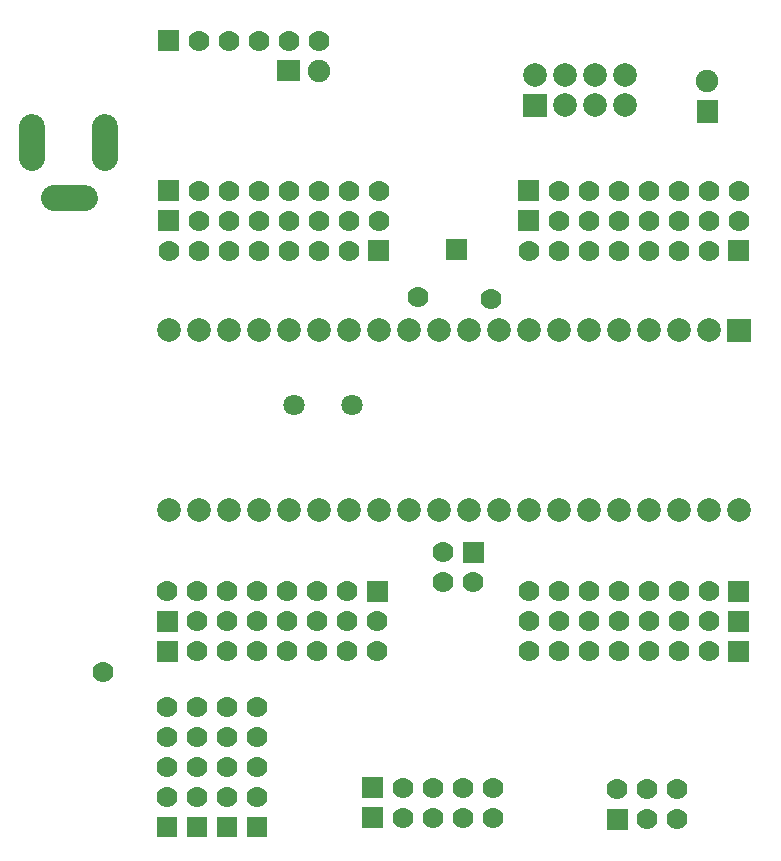
<source format=gbs>
G04 Layer: BottomSolderMaskLayer*
G04 EasyEDA v6.4.7, 2020-10-10T14:28:28+07:00*
G04 52f6a2ab2d5a4f67a95d22fe1a878f29,10*
G04 Gerber Generator version 0.2*
G04 Scale: 100 percent, Rotated: No, Reflected: No *
G04 Dimensions in millimeters *
G04 leading zeros omitted , absolute positions ,3 integer and 3 decimal *
%FSLAX33Y33*%
%MOMM*%
G90*
D02*

%ADD32C,2.203196*%
%ADD33C,1.778203*%
%ADD34R,1.778000X1.778000*%
%ADD35C,1.778000*%
%ADD36C,1.803197*%
%ADD41C,2.003196*%
%ADD44C,1.903197*%

%LPD*%
G54D32*
G01X14275Y63721D02*
G01X14275Y61121D01*
G01X8076Y61121D02*
G01X8076Y63721D01*
G01X12576Y57720D02*
G01X9976Y57720D01*
G54D33*
G01X14097Y17526D03*
G01X40767Y49276D03*
G01X46990Y49149D03*
G36*
G01X18669Y18415D02*
G01X18669Y20193D01*
G01X20447Y20193D01*
G01X20447Y18415D01*
G01X18669Y18415D01*
G37*
G54D35*
G01X22098Y19304D03*
G01X24638Y19304D03*
G01X27178Y19304D03*
G01X29718Y19304D03*
G01X32258Y19304D03*
G01X34798Y19304D03*
G01X37338Y19304D03*
G36*
G01X18669Y20955D02*
G01X18669Y22733D01*
G01X20447Y22733D01*
G01X20447Y20955D01*
G01X18669Y20955D01*
G37*
G01X22098Y21844D03*
G01X24638Y21844D03*
G01X27178Y21844D03*
G01X29718Y21844D03*
G01X32258Y21844D03*
G01X34798Y21844D03*
G01X37338Y21844D03*
G36*
G01X36449Y23495D02*
G01X36449Y25273D01*
G01X38227Y25273D01*
G01X38227Y23495D01*
G01X36449Y23495D01*
G37*
G01X34798Y24384D03*
G01X32258Y24384D03*
G01X29718Y24384D03*
G01X27178Y24384D03*
G01X24638Y24384D03*
G01X22098Y24384D03*
G01X19558Y24384D03*
G36*
G01X67056Y23495D02*
G01X67056Y25273D01*
G01X68834Y25273D01*
G01X68834Y23495D01*
G01X67056Y23495D01*
G37*
G01X65405Y24384D03*
G01X62865Y24384D03*
G01X60325Y24384D03*
G01X57785Y24384D03*
G01X55245Y24384D03*
G01X52705Y24384D03*
G01X50165Y24384D03*
G36*
G01X36576Y52324D02*
G01X36576Y54102D01*
G01X38354Y54102D01*
G01X38354Y52324D01*
G01X36576Y52324D01*
G37*
G01X34925Y53213D03*
G01X32385Y53213D03*
G01X29845Y53213D03*
G01X27305Y53213D03*
G01X24765Y53213D03*
G01X22225Y53213D03*
G01X19685Y53213D03*
G36*
G01X43180Y52451D02*
G01X43180Y54229D01*
G01X44958Y54229D01*
G01X44958Y52451D01*
G01X43180Y52451D01*
G37*
G36*
G01X67056Y20955D02*
G01X67056Y22733D01*
G01X68834Y22733D01*
G01X68834Y20955D01*
G01X67056Y20955D01*
G37*
G01X65405Y21844D03*
G01X62865Y21844D03*
G01X60325Y21844D03*
G01X57785Y21844D03*
G01X55245Y21844D03*
G01X52705Y21844D03*
G01X50165Y21844D03*
G54D33*
G01X19558Y14605D03*
G54D35*
G01X19558Y12065D03*
G01X19558Y9525D03*
G01X19558Y6985D03*
G54D34*
G01X19558Y4445D03*
G36*
G01X44577Y26797D02*
G01X44577Y28575D01*
G01X46355Y28575D01*
G01X46355Y26797D01*
G01X44577Y26797D01*
G37*
G54D35*
G01X45466Y25146D03*
G01X42926Y27686D03*
G01X42926Y25146D03*
G54D36*
G01X30315Y40132D03*
G01X35216Y40132D03*
G36*
G01X49276Y57404D02*
G01X49276Y59182D01*
G01X51054Y59182D01*
G01X51054Y57404D01*
G01X49276Y57404D01*
G37*
G54D35*
G01X52705Y58293D03*
G01X55245Y58293D03*
G01X57785Y58293D03*
G01X60325Y58293D03*
G01X62865Y58293D03*
G01X65405Y58293D03*
G01X67945Y58293D03*
G36*
G01X49276Y54864D02*
G01X49276Y56642D01*
G01X51054Y56642D01*
G01X51054Y54864D01*
G01X49276Y54864D01*
G37*
G01X52705Y55753D03*
G01X55245Y55753D03*
G01X57785Y55753D03*
G01X60325Y55753D03*
G01X62865Y55753D03*
G01X65405Y55753D03*
G01X67945Y55753D03*
G36*
G01X18796Y57404D02*
G01X18796Y59182D01*
G01X20574Y59182D01*
G01X20574Y57404D01*
G01X18796Y57404D01*
G37*
G01X22225Y58293D03*
G01X24765Y58293D03*
G01X27305Y58293D03*
G01X29845Y58293D03*
G01X32385Y58293D03*
G01X34925Y58293D03*
G01X37465Y58293D03*
G36*
G01X67056Y52324D02*
G01X67056Y54102D01*
G01X68834Y54102D01*
G01X68834Y52324D01*
G01X67056Y52324D01*
G37*
G01X65405Y53213D03*
G01X62865Y53213D03*
G01X60325Y53213D03*
G01X57785Y53213D03*
G01X55245Y53213D03*
G01X52705Y53213D03*
G01X50165Y53213D03*
G36*
G01X67056Y18415D02*
G01X67056Y20193D01*
G01X68834Y20193D01*
G01X68834Y18415D01*
G01X67056Y18415D01*
G37*
G01X65405Y19304D03*
G01X62865Y19304D03*
G01X60325Y19304D03*
G01X57785Y19304D03*
G01X55245Y19304D03*
G01X52705Y19304D03*
G01X50165Y19304D03*
G36*
G01X18796Y54864D02*
G01X18796Y56642D01*
G01X20574Y56642D01*
G01X20574Y54864D01*
G01X18796Y54864D01*
G37*
G01X22225Y55753D03*
G01X24765Y55753D03*
G01X27305Y55753D03*
G01X29845Y55753D03*
G01X32385Y55753D03*
G01X34925Y55753D03*
G01X37465Y55753D03*
G01X32385Y70993D03*
G01X29845Y70993D03*
G01X27305Y70993D03*
G01X24765Y70993D03*
G01X22225Y70993D03*
G36*
G01X18796Y70104D02*
G01X18796Y71882D01*
G01X20574Y71882D01*
G01X20574Y70104D01*
G01X18796Y70104D01*
G37*
G54D41*
G01X22225Y46482D03*
G01X27305Y46482D03*
G01X24765Y46482D03*
G01X37465Y46482D03*
G01X47625Y46482D03*
G01X50165Y46482D03*
G01X52705Y46482D03*
G01X55245Y46482D03*
G01X57785Y46482D03*
G01X60325Y46482D03*
G01X62865Y46482D03*
G01X65405Y46482D03*
G36*
G01X66944Y45481D02*
G01X66944Y47482D01*
G01X68945Y47482D01*
G01X68945Y45481D01*
G01X66944Y45481D01*
G37*
G01X45085Y46482D03*
G01X40005Y46482D03*
G01X42545Y46482D03*
G01X34925Y46482D03*
G01X29845Y46482D03*
G01X32385Y46482D03*
G01X19685Y46482D03*
G01X65405Y31242D03*
G01X67945Y31242D03*
G01X62865Y31242D03*
G01X60325Y31242D03*
G01X29845Y31242D03*
G01X32385Y31242D03*
G01X34925Y31242D03*
G01X37465Y31242D03*
G01X27305Y31242D03*
G01X24765Y31242D03*
G01X22225Y31242D03*
G01X19685Y31242D03*
G01X47625Y31242D03*
G01X45085Y31242D03*
G01X42545Y31242D03*
G01X40005Y31242D03*
G01X50165Y31242D03*
G01X52705Y31242D03*
G01X55245Y31242D03*
G01X57785Y31242D03*
G36*
G01X64389Y64071D02*
G01X64389Y65976D01*
G01X66167Y65976D01*
G01X66167Y64071D01*
G01X64389Y64071D01*
G37*
G54D44*
G01X65278Y67564D03*
G36*
G01X28892Y67564D02*
G01X28892Y69342D01*
G01X30797Y69342D01*
G01X30797Y67564D01*
G01X28892Y67564D01*
G37*
G01X32385Y68453D03*
G54D35*
G01X27178Y14605D03*
G01X27178Y12065D03*
G01X27178Y9525D03*
G01X27178Y6985D03*
G54D34*
G01X27178Y4445D03*
G54D35*
G01X22098Y14605D03*
G01X22098Y12065D03*
G01X22098Y9525D03*
G01X22098Y6985D03*
G54D34*
G01X22098Y4445D03*
G54D35*
G01X47117Y7747D03*
G01X44577Y7747D03*
G01X42037Y7747D03*
G01X39497Y7747D03*
G36*
G01X36068Y6858D02*
G01X36068Y8636D01*
G01X37846Y8636D01*
G01X37846Y6858D01*
G01X36068Y6858D01*
G37*
G01X47117Y5207D03*
G01X44577Y5207D03*
G01X42037Y5207D03*
G01X39497Y5207D03*
G36*
G01X36068Y4318D02*
G01X36068Y6096D01*
G01X37846Y6096D01*
G01X37846Y4318D01*
G01X36068Y4318D01*
G37*
G01X24638Y14605D03*
G01X24638Y12065D03*
G01X24638Y9525D03*
G01X24638Y6985D03*
G54D34*
G01X24638Y4445D03*
G54D35*
G01X62738Y7620D03*
G01X62738Y5080D03*
G01X60198Y7620D03*
G01X60198Y5080D03*
G01X57658Y7620D03*
G36*
G01X56769Y4191D02*
G01X56769Y5969D01*
G01X58547Y5969D01*
G01X58547Y4191D01*
G01X56769Y4191D01*
G37*
G36*
G01X49674Y64528D02*
G01X49674Y66532D01*
G01X51676Y66532D01*
G01X51676Y64528D01*
G01X49674Y64528D01*
G37*
G54D41*
G01X50673Y68073D03*
G01X53213Y65533D03*
G01X53213Y68073D03*
G01X55753Y65533D03*
G01X55753Y68073D03*
G01X58293Y65533D03*
G01X58293Y68073D03*
M00*
M02*

</source>
